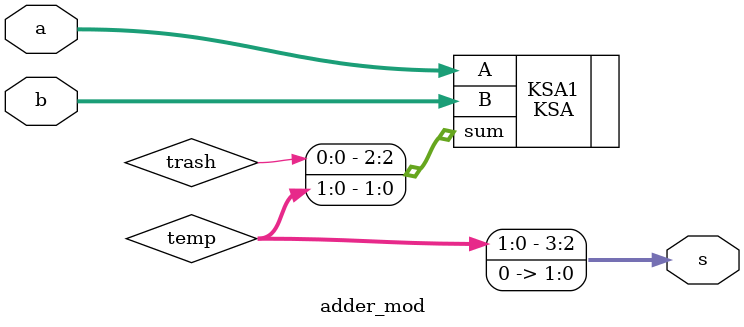
<source format=sv>

module adder_mod #(parameter width = 2)(
    input logic [width-1:0] a,b,
    output logic [width+1:0] s
    );
    
    //assign s = {a + b, 2'b00};
    logic [width-1:0] temp;
    logic trash;
    KSA #(.width(width)) KSA1(.A(a), .B(b), .sum({trash, temp}));
    
    assign s = {temp, 2'b00};
endmodule

</source>
